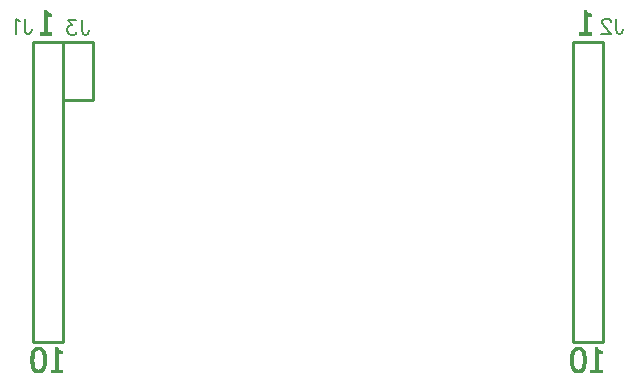
<source format=gbr>
G04 DipTrace 3.3.0.1*
G04 BottomSilk.gbr*
%MOMM*%
G04 #@! TF.FileFunction,Legend,Bot*
G04 #@! TF.Part,Single*
%ADD10C,0.25*%
%ADD12C,0.0762*%
%ADD53C,0.19608*%
%FSLAX35Y35*%
G04*
G71*
G90*
G75*
G01*
G04 BotSilk*
%LPD*%
X1697112Y4050212D2*
D10*
X1442907D1*
Y1510111D1*
X1697112D1*
Y4050212D1*
X6267112D2*
X6012907D1*
Y1510111D1*
X6267112D1*
Y4050212D1*
X1950890Y4049907D2*
X1697150D1*
Y3557833D1*
X1950890D1*
Y4049907D1*
X1536907Y4319208D2*
D12*
X1555957D1*
X1536907Y4315398D2*
X1556117D1*
X1536907Y4311588D2*
X1556754D1*
X1536907Y4307778D2*
X1557944D1*
X1536907Y4303968D2*
X1561086D1*
X1536907Y4300158D2*
X1565839D1*
X1536907Y4296348D2*
X1573017D1*
X1536907Y4292538D2*
X1581694D1*
X1536907Y4288728D2*
X1589154D1*
X1536907Y4284918D2*
X1594670D1*
X1536907Y4281108D2*
X1596364D1*
X1536907Y4277298D2*
X1597248D1*
X1536907Y4273488D2*
X1597644D1*
X1536907Y4269678D2*
X1559767D1*
X1536907Y4265868D2*
X1559767D1*
X1536907Y4262058D2*
X1559767D1*
X1536907Y4258248D2*
X1559767D1*
X1536907Y4254438D2*
X1559767D1*
X1536907Y4250628D2*
X1559767D1*
X1536907Y4246818D2*
X1559767D1*
X1536907Y4243008D2*
X1559767D1*
X1536907Y4239198D2*
X1559767D1*
X1536907Y4235388D2*
X1559767D1*
X1536907Y4231578D2*
X1559767D1*
X1536907Y4227768D2*
X1559767D1*
X1536907Y4223958D2*
X1559767D1*
X1536907Y4220148D2*
X1559767D1*
X1536907Y4216338D2*
X1559767D1*
X1536907Y4212528D2*
X1559767D1*
X1536907Y4208718D2*
X1559767D1*
X1536907Y4204908D2*
X1559767D1*
X1536907Y4201098D2*
X1559767D1*
X1536907Y4197288D2*
X1559767D1*
X1536907Y4193478D2*
X1559767D1*
X1536907Y4189668D2*
X1559767D1*
X1536907Y4185858D2*
X1559767D1*
X1536907Y4182048D2*
X1559767D1*
X1536907Y4178238D2*
X1559767D1*
X1536907Y4174428D2*
X1559767D1*
X1536907Y4170618D2*
X1559767D1*
X1536907Y4166808D2*
X1559767D1*
X1536907Y4162998D2*
X1559767D1*
X1536907Y4159188D2*
X1559767D1*
X1536907Y4155378D2*
X1559767D1*
X1536907Y4151568D2*
X1559767D1*
X1536907Y4147758D2*
X1559767D1*
X1536907Y4143948D2*
X1559767D1*
X1536907Y4140138D2*
X1559767D1*
X1536907Y4136328D2*
X1559767D1*
X1536907Y4132518D2*
X1559767D1*
X1498807Y4128708D2*
X1597867D1*
X1498807Y4124898D2*
X1597867D1*
X1498807Y4121088D2*
X1597867D1*
X1498807Y4117278D2*
X1597867D1*
X1498807Y4113468D2*
X1597867D1*
X1498807Y4109658D2*
X1597867D1*
X1470300Y1466048D2*
X1500780D1*
X1461670Y1462238D2*
X1509410D1*
X1630320D2*
X1649370D1*
X1454538Y1458428D2*
X1516542D1*
X1630320D2*
X1649530D1*
X1448913Y1454618D2*
X1522182D1*
X1630320D2*
X1650167D1*
X1444372Y1450808D2*
X1526842D1*
X1630320D2*
X1651357D1*
X1440696Y1446998D2*
X1530885D1*
X1630320D2*
X1654499D1*
X1437788Y1443188D2*
X1474415D1*
X1500016D2*
X1534339D1*
X1630320D2*
X1659252D1*
X1435402Y1439378D2*
X1467935D1*
X1505921D2*
X1537141D1*
X1630320D2*
X1666430D1*
X1433298Y1435568D2*
X1462910D1*
X1510506D2*
X1539373D1*
X1630320D2*
X1675107D1*
X1431432Y1431758D2*
X1459292D1*
X1513874D2*
X1541112D1*
X1630320D2*
X1682568D1*
X1429859Y1427948D2*
X1456586D1*
X1516355D2*
X1542533D1*
X1630320D2*
X1688084D1*
X1428506Y1424138D2*
X1454457D1*
X1518194D2*
X1543906D1*
X1630320D2*
X1689778D1*
X1427159Y1420328D2*
X1452779D1*
X1519653D2*
X1545100D1*
X1630320D2*
X1690661D1*
X1425990Y1416518D2*
X1451388D1*
X1521039D2*
X1545980D1*
X1630320D2*
X1691058D1*
X1425233Y1412708D2*
X1450026D1*
X1522223D2*
X1546849D1*
X1630320D2*
X1653180D1*
X1424716Y1408898D2*
X1448852D1*
X1522970D2*
X1547934D1*
X1630320D2*
X1653180D1*
X1424058Y1405088D2*
X1448108D1*
X1523369D2*
X1548982D1*
X1630320D2*
X1653180D1*
X1423075Y1401278D2*
X1447725D1*
X1523676D2*
X1549673D1*
X1630320D2*
X1653180D1*
X1422071Y1397468D2*
X1447552D1*
X1524232D2*
X1550036D1*
X1630320D2*
X1653180D1*
X1421397Y1393658D2*
X1447482D1*
X1525172D2*
X1550201D1*
X1630320D2*
X1653180D1*
X1421040Y1389848D2*
X1447455D1*
X1526159D2*
X1550284D1*
X1630320D2*
X1653180D1*
X1420877Y1386038D2*
X1447445D1*
X1526827D2*
X1550444D1*
X1630320D2*
X1653180D1*
X1420810Y1382228D2*
X1447427D1*
X1527181D2*
X1550939D1*
X1630320D2*
X1653180D1*
X1420784Y1378418D2*
X1447292D1*
X1527343D2*
X1551855D1*
X1630320D2*
X1653180D1*
X1420775Y1374608D2*
X1446806D1*
X1527410D2*
X1552833D1*
X1630320D2*
X1653180D1*
X1420772Y1370798D2*
X1445893D1*
X1527436D2*
X1553498D1*
X1630320D2*
X1653180D1*
X1420771Y1366988D2*
X1444916D1*
X1527445D2*
X1553851D1*
X1630320D2*
X1653180D1*
X1420770Y1363178D2*
X1444252D1*
X1527448D2*
X1554013D1*
X1630320D2*
X1653180D1*
X1420770Y1359368D2*
X1443913D1*
X1527449D2*
X1554080D1*
X1630320D2*
X1653180D1*
X1420770Y1355558D2*
X1443886D1*
X1527450D2*
X1554106D1*
X1630320D2*
X1653180D1*
X1420770Y1351748D2*
X1444304D1*
X1527450D2*
X1554100D1*
X1630320D2*
X1653180D1*
X1420770Y1347938D2*
X1445191D1*
X1527450D2*
X1553970D1*
X1630320D2*
X1653180D1*
X1420770Y1344128D2*
X1446159D1*
X1527450D2*
X1553485D1*
X1630320D2*
X1653180D1*
X1420770Y1340318D2*
X1446820D1*
X1527450D2*
X1552573D1*
X1630320D2*
X1653180D1*
X1420770Y1336508D2*
X1447172D1*
X1527450D2*
X1551596D1*
X1630320D2*
X1653180D1*
X1420770Y1332698D2*
X1447333D1*
X1527435D2*
X1550932D1*
X1630320D2*
X1653180D1*
X1420785Y1328888D2*
X1447400D1*
X1527301D2*
X1550578D1*
X1630320D2*
X1653180D1*
X1420919Y1325078D2*
X1447426D1*
X1526816D2*
X1550417D1*
X1630320D2*
X1653180D1*
X1421404Y1321268D2*
X1447435D1*
X1525903D2*
X1550335D1*
X1630320D2*
X1653180D1*
X1422317Y1317458D2*
X1447453D1*
X1524926D2*
X1550175D1*
X1630320D2*
X1653180D1*
X1423294Y1313648D2*
X1447588D1*
X1524247D2*
X1549681D1*
X1630320D2*
X1653180D1*
X1423973Y1309838D2*
X1448074D1*
X1523760D2*
X1548765D1*
X1630320D2*
X1653180D1*
X1424460Y1306028D2*
X1449002D1*
X1523112D2*
X1547772D1*
X1630320D2*
X1653180D1*
X1425108Y1302218D2*
X1450113D1*
X1522118D2*
X1546973D1*
X1630320D2*
X1653180D1*
X1426102Y1298408D2*
X1451277D1*
X1520982D2*
X1546134D1*
X1630320D2*
X1653180D1*
X1427238Y1294598D2*
X1452677D1*
X1519807D2*
X1545045D1*
X1630320D2*
X1653180D1*
X1428413Y1290788D2*
X1454331D1*
X1518390D2*
X1543867D1*
X1630320D2*
X1653180D1*
X1429816Y1286978D2*
X1456273D1*
X1516601D2*
X1542677D1*
X1630320D2*
X1653180D1*
X1431456Y1283168D2*
X1458986D1*
X1514084D2*
X1541253D1*
X1630320D2*
X1653180D1*
X1433249Y1279358D2*
X1462626D1*
X1510733D2*
X1539477D1*
X1630320D2*
X1653180D1*
X1435239Y1275548D2*
X1472493D1*
X1501517D2*
X1537197D1*
X1630320D2*
X1653180D1*
X1437621Y1271738D2*
X1487038D1*
X1487463D2*
X1534294D1*
X1592220D2*
X1691280D1*
X1440583Y1267928D2*
X1530920D1*
X1592220D2*
X1691280D1*
X1444124Y1264118D2*
X1527145D1*
X1592220D2*
X1691280D1*
X1448521Y1260308D2*
X1522636D1*
X1592220D2*
X1691280D1*
X1454375Y1256498D2*
X1516734D1*
X1592220D2*
X1691280D1*
X1461894Y1252688D2*
X1509196D1*
X1592220D2*
X1691280D1*
X1470300Y1248878D2*
X1500780D1*
X6106907Y4319208D2*
X6125957D1*
X6106907Y4315398D2*
X6126117D1*
X6106907Y4311588D2*
X6126754D1*
X6106907Y4307778D2*
X6127944D1*
X6106907Y4303968D2*
X6131086D1*
X6106907Y4300158D2*
X6135839D1*
X6106907Y4296348D2*
X6143017D1*
X6106907Y4292538D2*
X6151694D1*
X6106907Y4288728D2*
X6159154D1*
X6106907Y4284918D2*
X6164670D1*
X6106907Y4281108D2*
X6166364D1*
X6106907Y4277298D2*
X6167248D1*
X6106907Y4273488D2*
X6167644D1*
X6106907Y4269678D2*
X6129767D1*
X6106907Y4265868D2*
X6129767D1*
X6106907Y4262058D2*
X6129767D1*
X6106907Y4258248D2*
X6129767D1*
X6106907Y4254438D2*
X6129767D1*
X6106907Y4250628D2*
X6129767D1*
X6106907Y4246818D2*
X6129767D1*
X6106907Y4243008D2*
X6129767D1*
X6106907Y4239198D2*
X6129767D1*
X6106907Y4235388D2*
X6129767D1*
X6106907Y4231578D2*
X6129767D1*
X6106907Y4227768D2*
X6129767D1*
X6106907Y4223958D2*
X6129767D1*
X6106907Y4220148D2*
X6129767D1*
X6106907Y4216338D2*
X6129767D1*
X6106907Y4212528D2*
X6129767D1*
X6106907Y4208718D2*
X6129767D1*
X6106907Y4204908D2*
X6129767D1*
X6106907Y4201098D2*
X6129767D1*
X6106907Y4197288D2*
X6129767D1*
X6106907Y4193478D2*
X6129767D1*
X6106907Y4189668D2*
X6129767D1*
X6106907Y4185858D2*
X6129767D1*
X6106907Y4182048D2*
X6129767D1*
X6106907Y4178238D2*
X6129767D1*
X6106907Y4174428D2*
X6129767D1*
X6106907Y4170618D2*
X6129767D1*
X6106907Y4166808D2*
X6129767D1*
X6106907Y4162998D2*
X6129767D1*
X6106907Y4159188D2*
X6129767D1*
X6106907Y4155378D2*
X6129767D1*
X6106907Y4151568D2*
X6129767D1*
X6106907Y4147758D2*
X6129767D1*
X6106907Y4143948D2*
X6129767D1*
X6106907Y4140138D2*
X6129767D1*
X6106907Y4136328D2*
X6129767D1*
X6106907Y4132518D2*
X6129767D1*
X6068807Y4128708D2*
X6167867D1*
X6068807Y4124898D2*
X6167867D1*
X6068807Y4121088D2*
X6167867D1*
X6068807Y4117278D2*
X6167867D1*
X6068807Y4113468D2*
X6167867D1*
X6068807Y4109658D2*
X6167867D1*
X6040300Y1466048D2*
X6070780D1*
X6031670Y1462238D2*
X6079410D1*
X6200320D2*
X6219370D1*
X6024538Y1458428D2*
X6086542D1*
X6200320D2*
X6219530D1*
X6018913Y1454618D2*
X6092182D1*
X6200320D2*
X6220167D1*
X6014372Y1450808D2*
X6096842D1*
X6200320D2*
X6221357D1*
X6010696Y1446998D2*
X6100885D1*
X6200320D2*
X6224499D1*
X6007788Y1443188D2*
X6044415D1*
X6070016D2*
X6104339D1*
X6200320D2*
X6229252D1*
X6005402Y1439378D2*
X6037935D1*
X6075921D2*
X6107141D1*
X6200320D2*
X6236430D1*
X6003298Y1435568D2*
X6032910D1*
X6080506D2*
X6109373D1*
X6200320D2*
X6245107D1*
X6001432Y1431758D2*
X6029292D1*
X6083874D2*
X6111112D1*
X6200320D2*
X6252568D1*
X5999859Y1427948D2*
X6026586D1*
X6086355D2*
X6112533D1*
X6200320D2*
X6258084D1*
X5998506Y1424138D2*
X6024457D1*
X6088194D2*
X6113906D1*
X6200320D2*
X6259778D1*
X5997159Y1420328D2*
X6022779D1*
X6089653D2*
X6115100D1*
X6200320D2*
X6260661D1*
X5995990Y1416518D2*
X6021388D1*
X6091039D2*
X6115980D1*
X6200320D2*
X6261058D1*
X5995233Y1412708D2*
X6020026D1*
X6092223D2*
X6116849D1*
X6200320D2*
X6223180D1*
X5994716Y1408898D2*
X6018852D1*
X6092970D2*
X6117934D1*
X6200320D2*
X6223180D1*
X5994058Y1405088D2*
X6018108D1*
X6093369D2*
X6118982D1*
X6200320D2*
X6223180D1*
X5993075Y1401278D2*
X6017725D1*
X6093676D2*
X6119673D1*
X6200320D2*
X6223180D1*
X5992071Y1397468D2*
X6017552D1*
X6094232D2*
X6120036D1*
X6200320D2*
X6223180D1*
X5991397Y1393658D2*
X6017482D1*
X6095172D2*
X6120201D1*
X6200320D2*
X6223180D1*
X5991040Y1389848D2*
X6017455D1*
X6096159D2*
X6120284D1*
X6200320D2*
X6223180D1*
X5990877Y1386038D2*
X6017445D1*
X6096827D2*
X6120444D1*
X6200320D2*
X6223180D1*
X5990810Y1382228D2*
X6017427D1*
X6097181D2*
X6120939D1*
X6200320D2*
X6223180D1*
X5990784Y1378418D2*
X6017292D1*
X6097343D2*
X6121855D1*
X6200320D2*
X6223180D1*
X5990775Y1374608D2*
X6016806D1*
X6097410D2*
X6122833D1*
X6200320D2*
X6223180D1*
X5990772Y1370798D2*
X6015893D1*
X6097436D2*
X6123498D1*
X6200320D2*
X6223180D1*
X5990771Y1366988D2*
X6014916D1*
X6097445D2*
X6123851D1*
X6200320D2*
X6223180D1*
X5990770Y1363178D2*
X6014252D1*
X6097448D2*
X6124013D1*
X6200320D2*
X6223180D1*
X5990770Y1359368D2*
X6013913D1*
X6097449D2*
X6124080D1*
X6200320D2*
X6223180D1*
X5990770Y1355558D2*
X6013886D1*
X6097450D2*
X6124106D1*
X6200320D2*
X6223180D1*
X5990770Y1351748D2*
X6014304D1*
X6097450D2*
X6124100D1*
X6200320D2*
X6223180D1*
X5990770Y1347938D2*
X6015191D1*
X6097450D2*
X6123970D1*
X6200320D2*
X6223180D1*
X5990770Y1344128D2*
X6016159D1*
X6097450D2*
X6123485D1*
X6200320D2*
X6223180D1*
X5990770Y1340318D2*
X6016820D1*
X6097450D2*
X6122573D1*
X6200320D2*
X6223180D1*
X5990770Y1336508D2*
X6017172D1*
X6097450D2*
X6121596D1*
X6200320D2*
X6223180D1*
X5990770Y1332698D2*
X6017333D1*
X6097435D2*
X6120932D1*
X6200320D2*
X6223180D1*
X5990785Y1328888D2*
X6017400D1*
X6097301D2*
X6120578D1*
X6200320D2*
X6223180D1*
X5990919Y1325078D2*
X6017426D1*
X6096816D2*
X6120417D1*
X6200320D2*
X6223180D1*
X5991404Y1321268D2*
X6017435D1*
X6095903D2*
X6120335D1*
X6200320D2*
X6223180D1*
X5992317Y1317458D2*
X6017453D1*
X6094926D2*
X6120175D1*
X6200320D2*
X6223180D1*
X5993294Y1313648D2*
X6017588D1*
X6094247D2*
X6119681D1*
X6200320D2*
X6223180D1*
X5993973Y1309838D2*
X6018074D1*
X6093760D2*
X6118765D1*
X6200320D2*
X6223180D1*
X5994460Y1306028D2*
X6019002D1*
X6093112D2*
X6117772D1*
X6200320D2*
X6223180D1*
X5995108Y1302218D2*
X6020113D1*
X6092118D2*
X6116973D1*
X6200320D2*
X6223180D1*
X5996102Y1298408D2*
X6021277D1*
X6090982D2*
X6116134D1*
X6200320D2*
X6223180D1*
X5997238Y1294598D2*
X6022677D1*
X6089807D2*
X6115045D1*
X6200320D2*
X6223180D1*
X5998413Y1290788D2*
X6024331D1*
X6088390D2*
X6113867D1*
X6200320D2*
X6223180D1*
X5999816Y1286978D2*
X6026273D1*
X6086601D2*
X6112677D1*
X6200320D2*
X6223180D1*
X6001456Y1283168D2*
X6028986D1*
X6084084D2*
X6111253D1*
X6200320D2*
X6223180D1*
X6003249Y1279358D2*
X6032626D1*
X6080733D2*
X6109477D1*
X6200320D2*
X6223180D1*
X6005239Y1275548D2*
X6042493D1*
X6071517D2*
X6107197D1*
X6200320D2*
X6223180D1*
X6007621Y1271738D2*
X6057038D1*
X6057463D2*
X6104294D1*
X6162220D2*
X6261280D1*
X6010583Y1267928D2*
X6100920D1*
X6162220D2*
X6261280D1*
X6014124Y1264118D2*
X6097145D1*
X6162220D2*
X6261280D1*
X6018521Y1260308D2*
X6092636D1*
X6162220D2*
X6261280D1*
X6024375Y1256498D2*
X6086734D1*
X6162220D2*
X6261280D1*
X6031894Y1252688D2*
X6079196D1*
X6162220D2*
X6261280D1*
X6040300Y1248878D2*
X6070780D1*
X1536907Y4319208D2*
Y4315398D1*
Y4311588D1*
Y4307778D1*
Y4303968D1*
Y4300158D1*
Y4296348D1*
Y4292538D1*
Y4288728D1*
Y4284918D1*
Y4281108D1*
Y4277298D1*
Y4273488D1*
Y4269678D1*
Y4265868D1*
Y4262058D1*
Y4258248D1*
Y4254438D1*
Y4250628D1*
Y4246818D1*
Y4243008D1*
Y4239198D1*
Y4235388D1*
Y4231578D1*
Y4227768D1*
Y4223958D1*
Y4220148D1*
Y4216338D1*
Y4212528D1*
Y4208718D1*
Y4204908D1*
Y4201098D1*
Y4197288D1*
Y4193478D1*
Y4189668D1*
Y4185858D1*
Y4182048D1*
Y4178238D1*
Y4174428D1*
Y4170618D1*
Y4166808D1*
Y4162998D1*
Y4159188D1*
Y4155378D1*
Y4151568D1*
Y4147758D1*
Y4143948D1*
Y4140138D1*
Y4136328D1*
Y4132518D1*
Y4128708D1*
X1498807D1*
Y4124898D1*
Y4121088D1*
Y4117278D1*
Y4113468D1*
Y4109658D1*
X1555957Y4319208D2*
X1556117Y4315398D1*
X1556754Y4311588D1*
X1557944Y4307778D1*
X1561086Y4303968D1*
X1565839Y4300158D1*
X1573017Y4296348D1*
X1581694Y4292538D1*
X1589154Y4288728D1*
X1594670Y4284918D1*
X1596364Y4281108D1*
X1597248Y4277298D1*
X1597644Y4273488D1*
X1597867Y4269678D1*
X1559767D1*
Y4265868D1*
Y4262058D1*
Y4258248D1*
Y4254438D1*
Y4250628D1*
Y4246818D1*
Y4243008D1*
Y4239198D1*
Y4235388D1*
Y4231578D1*
Y4227768D1*
Y4223958D1*
Y4220148D1*
Y4216338D1*
Y4212528D1*
Y4208718D1*
Y4204908D1*
Y4201098D1*
Y4197288D1*
Y4193478D1*
Y4189668D1*
Y4185858D1*
Y4182048D1*
Y4178238D1*
Y4174428D1*
Y4170618D1*
Y4166808D1*
Y4162998D1*
Y4159188D1*
Y4155378D1*
Y4151568D1*
Y4147758D1*
Y4143948D1*
Y4140138D1*
Y4136328D1*
Y4132518D1*
Y4128708D1*
X1597867D1*
Y4124898D1*
Y4121088D1*
Y4117278D1*
Y4113468D1*
Y4109658D1*
X1470300Y1466048D2*
X1461670Y1462238D1*
X1454538Y1458428D1*
X1448913Y1454618D1*
X1444372Y1450808D1*
X1440696Y1446998D1*
X1437788Y1443188D1*
X1435402Y1439378D1*
X1433298Y1435568D1*
X1431432Y1431758D1*
X1429859Y1427948D1*
X1428506Y1424138D1*
X1427159Y1420328D1*
X1425990Y1416518D1*
X1425233Y1412708D1*
X1424716Y1408898D1*
X1424058Y1405088D1*
X1423075Y1401278D1*
X1422071Y1397468D1*
X1421397Y1393658D1*
X1421040Y1389848D1*
X1420877Y1386038D1*
X1420810Y1382228D1*
X1420784Y1378418D1*
X1420775Y1374608D1*
X1420772Y1370798D1*
X1420771Y1366988D1*
X1420770Y1363178D1*
Y1359368D1*
Y1355558D1*
Y1351748D1*
Y1347938D1*
Y1344128D1*
Y1340318D1*
Y1336508D1*
Y1332698D1*
X1420785Y1328888D1*
X1420919Y1325078D1*
X1421404Y1321268D1*
X1422317Y1317458D1*
X1423294Y1313648D1*
X1423973Y1309838D1*
X1424460Y1306028D1*
X1425108Y1302218D1*
X1426102Y1298408D1*
X1427238Y1294598D1*
X1428413Y1290788D1*
X1429816Y1286978D1*
X1431456Y1283168D1*
X1433249Y1279358D1*
X1435239Y1275548D1*
X1437621Y1271738D1*
X1440583Y1267928D1*
X1444124Y1264118D1*
X1448521Y1260308D1*
X1454375Y1256498D1*
X1461894Y1252688D1*
X1470300Y1248878D1*
X1500780Y1466048D2*
X1509410Y1462238D1*
X1516542Y1458428D1*
X1522182Y1454618D1*
X1526842Y1450808D1*
X1530885Y1446998D1*
X1534339Y1443188D1*
X1537141Y1439378D1*
X1539373Y1435568D1*
X1541112Y1431758D1*
X1542533Y1427948D1*
X1543906Y1424138D1*
X1545100Y1420328D1*
X1545980Y1416518D1*
X1546849Y1412708D1*
X1547934Y1408898D1*
X1548982Y1405088D1*
X1549673Y1401278D1*
X1550036Y1397468D1*
X1550201Y1393658D1*
X1550284Y1389848D1*
X1550444Y1386038D1*
X1550939Y1382228D1*
X1551855Y1378418D1*
X1552833Y1374608D1*
X1553498Y1370798D1*
X1553851Y1366988D1*
X1554013Y1363178D1*
X1554080Y1359368D1*
X1554106Y1355558D1*
X1554100Y1351748D1*
X1553970Y1347938D1*
X1553485Y1344128D1*
X1552573Y1340318D1*
X1551596Y1336508D1*
X1550932Y1332698D1*
X1550578Y1328888D1*
X1550417Y1325078D1*
X1550335Y1321268D1*
X1550175Y1317458D1*
X1549681Y1313648D1*
X1548765Y1309838D1*
X1547772Y1306028D1*
X1546973Y1302218D1*
X1546134Y1298408D1*
X1545045Y1294598D1*
X1543867Y1290788D1*
X1542677Y1286978D1*
X1541253Y1283168D1*
X1539477Y1279358D1*
X1537197Y1275548D1*
X1534294Y1271738D1*
X1530920Y1267928D1*
X1527145Y1264118D1*
X1522636Y1260308D1*
X1516734Y1256498D1*
X1509196Y1252688D1*
X1500780Y1248878D1*
X1630320Y1462238D2*
Y1458428D1*
Y1454618D1*
Y1450808D1*
Y1446998D1*
Y1443188D1*
Y1439378D1*
Y1435568D1*
Y1431758D1*
Y1427948D1*
Y1424138D1*
Y1420328D1*
Y1416518D1*
Y1412708D1*
Y1408898D1*
Y1405088D1*
Y1401278D1*
Y1397468D1*
Y1393658D1*
Y1389848D1*
Y1386038D1*
Y1382228D1*
Y1378418D1*
Y1374608D1*
Y1370798D1*
Y1366988D1*
Y1363178D1*
Y1359368D1*
Y1355558D1*
Y1351748D1*
Y1347938D1*
Y1344128D1*
Y1340318D1*
Y1336508D1*
Y1332698D1*
Y1328888D1*
Y1325078D1*
Y1321268D1*
Y1317458D1*
Y1313648D1*
Y1309838D1*
Y1306028D1*
Y1302218D1*
Y1298408D1*
Y1294598D1*
Y1290788D1*
Y1286978D1*
Y1283168D1*
Y1279358D1*
Y1275548D1*
Y1271738D1*
X1592220D1*
Y1267928D1*
Y1264118D1*
Y1260308D1*
Y1256498D1*
Y1252688D1*
X1649370Y1462238D2*
X1649530Y1458428D1*
X1650167Y1454618D1*
X1651357Y1450808D1*
X1654499Y1446998D1*
X1659252Y1443188D1*
X1666430Y1439378D1*
X1675107Y1435568D1*
X1682568Y1431758D1*
X1688084Y1427948D1*
X1689778Y1424138D1*
X1690661Y1420328D1*
X1691058Y1416518D1*
X1691280Y1412708D1*
X1653180D1*
Y1408898D1*
Y1405088D1*
Y1401278D1*
Y1397468D1*
Y1393658D1*
Y1389848D1*
Y1386038D1*
Y1382228D1*
Y1378418D1*
Y1374608D1*
Y1370798D1*
Y1366988D1*
Y1363178D1*
Y1359368D1*
Y1355558D1*
Y1351748D1*
Y1347938D1*
Y1344128D1*
Y1340318D1*
Y1336508D1*
Y1332698D1*
Y1328888D1*
Y1325078D1*
Y1321268D1*
Y1317458D1*
Y1313648D1*
Y1309838D1*
Y1306028D1*
Y1302218D1*
Y1298408D1*
Y1294598D1*
Y1290788D1*
Y1286978D1*
Y1283168D1*
Y1279358D1*
Y1275548D1*
Y1271738D1*
X1691280D1*
Y1267928D1*
Y1264118D1*
Y1260308D1*
Y1256498D1*
Y1252688D1*
X1481730Y1446998D2*
X1474415Y1443188D1*
X1467935Y1439378D1*
X1462910Y1435568D1*
X1459292Y1431758D1*
X1456586Y1427948D1*
X1454457Y1424138D1*
X1452779Y1420328D1*
X1451388Y1416518D1*
X1450026Y1412708D1*
X1448852Y1408898D1*
X1448108Y1405088D1*
X1447725Y1401278D1*
X1447552Y1397468D1*
X1447482Y1393658D1*
X1447455Y1389848D1*
X1447445Y1386038D1*
X1447427Y1382228D1*
X1447292Y1378418D1*
X1446806Y1374608D1*
X1445893Y1370798D1*
X1444916Y1366988D1*
X1444252Y1363178D1*
X1443913Y1359368D1*
X1443886Y1355558D1*
X1444304Y1351748D1*
X1445191Y1347938D1*
X1446159Y1344128D1*
X1446820Y1340318D1*
X1447172Y1336508D1*
X1447333Y1332698D1*
X1447400Y1328888D1*
X1447426Y1325078D1*
X1447435Y1321268D1*
X1447453Y1317458D1*
X1447588Y1313648D1*
X1448074Y1309838D1*
X1449002Y1306028D1*
X1450113Y1302218D1*
X1451277Y1298408D1*
X1452677Y1294598D1*
X1454331Y1290788D1*
X1456273Y1286978D1*
X1458986Y1283168D1*
X1462626Y1279358D1*
X1472493Y1275548D1*
X1487038Y1271738D1*
X1504590Y1267928D1*
X1493160Y1446998D2*
X1500016Y1443188D1*
X1505921Y1439378D1*
X1510506Y1435568D1*
X1513874Y1431758D1*
X1516355Y1427948D1*
X1518194Y1424138D1*
X1519653Y1420328D1*
X1521039Y1416518D1*
X1522223Y1412708D1*
X1522970Y1408898D1*
X1523369Y1405088D1*
X1523676Y1401278D1*
X1524232Y1397468D1*
X1525172Y1393658D1*
X1526159Y1389848D1*
X1526827Y1386038D1*
X1527181Y1382228D1*
X1527343Y1378418D1*
X1527410Y1374608D1*
X1527436Y1370798D1*
X1527445Y1366988D1*
X1527448Y1363178D1*
X1527449Y1359368D1*
X1527450Y1355558D1*
Y1351748D1*
Y1347938D1*
Y1344128D1*
Y1340318D1*
Y1336508D1*
X1527435Y1332698D1*
X1527301Y1328888D1*
X1526816Y1325078D1*
X1525903Y1321268D1*
X1524926Y1317458D1*
X1524247Y1313648D1*
X1523760Y1309838D1*
X1523112Y1306028D1*
X1522118Y1302218D1*
X1520982Y1298408D1*
X1519807Y1294598D1*
X1518390Y1290788D1*
X1516601Y1286978D1*
X1514084Y1283168D1*
X1510733Y1279358D1*
X1501517Y1275548D1*
X1487463Y1271738D1*
X1470300Y1267928D1*
X6106907Y4319208D2*
Y4315398D1*
Y4311588D1*
Y4307778D1*
Y4303968D1*
Y4300158D1*
Y4296348D1*
Y4292538D1*
Y4288728D1*
Y4284918D1*
Y4281108D1*
Y4277298D1*
Y4273488D1*
Y4269678D1*
Y4265868D1*
Y4262058D1*
Y4258248D1*
Y4254438D1*
Y4250628D1*
Y4246818D1*
Y4243008D1*
Y4239198D1*
Y4235388D1*
Y4231578D1*
Y4227768D1*
Y4223958D1*
Y4220148D1*
Y4216338D1*
Y4212528D1*
Y4208718D1*
Y4204908D1*
Y4201098D1*
Y4197288D1*
Y4193478D1*
Y4189668D1*
Y4185858D1*
Y4182048D1*
Y4178238D1*
Y4174428D1*
Y4170618D1*
Y4166808D1*
Y4162998D1*
Y4159188D1*
Y4155378D1*
Y4151568D1*
Y4147758D1*
Y4143948D1*
Y4140138D1*
Y4136328D1*
Y4132518D1*
Y4128708D1*
X6068807D1*
Y4124898D1*
Y4121088D1*
Y4117278D1*
Y4113468D1*
Y4109658D1*
X6125957Y4319208D2*
X6126117Y4315398D1*
X6126754Y4311588D1*
X6127944Y4307778D1*
X6131086Y4303968D1*
X6135839Y4300158D1*
X6143017Y4296348D1*
X6151694Y4292538D1*
X6159154Y4288728D1*
X6164670Y4284918D1*
X6166364Y4281108D1*
X6167248Y4277298D1*
X6167644Y4273488D1*
X6167867Y4269678D1*
X6129767D1*
Y4265868D1*
Y4262058D1*
Y4258248D1*
Y4254438D1*
Y4250628D1*
Y4246818D1*
Y4243008D1*
Y4239198D1*
Y4235388D1*
Y4231578D1*
Y4227768D1*
Y4223958D1*
Y4220148D1*
Y4216338D1*
Y4212528D1*
Y4208718D1*
Y4204908D1*
Y4201098D1*
Y4197288D1*
Y4193478D1*
Y4189668D1*
Y4185858D1*
Y4182048D1*
Y4178238D1*
Y4174428D1*
Y4170618D1*
Y4166808D1*
Y4162998D1*
Y4159188D1*
Y4155378D1*
Y4151568D1*
Y4147758D1*
Y4143948D1*
Y4140138D1*
Y4136328D1*
Y4132518D1*
Y4128708D1*
X6167867D1*
Y4124898D1*
Y4121088D1*
Y4117278D1*
Y4113468D1*
Y4109658D1*
X6040300Y1466048D2*
X6031670Y1462238D1*
X6024538Y1458428D1*
X6018913Y1454618D1*
X6014372Y1450808D1*
X6010696Y1446998D1*
X6007788Y1443188D1*
X6005402Y1439378D1*
X6003298Y1435568D1*
X6001432Y1431758D1*
X5999859Y1427948D1*
X5998506Y1424138D1*
X5997159Y1420328D1*
X5995990Y1416518D1*
X5995233Y1412708D1*
X5994716Y1408898D1*
X5994058Y1405088D1*
X5993075Y1401278D1*
X5992071Y1397468D1*
X5991397Y1393658D1*
X5991040Y1389848D1*
X5990877Y1386038D1*
X5990810Y1382228D1*
X5990784Y1378418D1*
X5990775Y1374608D1*
X5990772Y1370798D1*
X5990771Y1366988D1*
X5990770Y1363178D1*
Y1359368D1*
Y1355558D1*
Y1351748D1*
Y1347938D1*
Y1344128D1*
Y1340318D1*
Y1336508D1*
Y1332698D1*
X5990785Y1328888D1*
X5990919Y1325078D1*
X5991404Y1321268D1*
X5992317Y1317458D1*
X5993294Y1313648D1*
X5993973Y1309838D1*
X5994460Y1306028D1*
X5995108Y1302218D1*
X5996102Y1298408D1*
X5997238Y1294598D1*
X5998413Y1290788D1*
X5999816Y1286978D1*
X6001456Y1283168D1*
X6003249Y1279358D1*
X6005239Y1275548D1*
X6007621Y1271738D1*
X6010583Y1267928D1*
X6014124Y1264118D1*
X6018521Y1260308D1*
X6024375Y1256498D1*
X6031894Y1252688D1*
X6040300Y1248878D1*
X6070780Y1466048D2*
X6079410Y1462238D1*
X6086542Y1458428D1*
X6092182Y1454618D1*
X6096842Y1450808D1*
X6100885Y1446998D1*
X6104339Y1443188D1*
X6107141Y1439378D1*
X6109373Y1435568D1*
X6111112Y1431758D1*
X6112533Y1427948D1*
X6113906Y1424138D1*
X6115100Y1420328D1*
X6115980Y1416518D1*
X6116849Y1412708D1*
X6117934Y1408898D1*
X6118982Y1405088D1*
X6119673Y1401278D1*
X6120036Y1397468D1*
X6120201Y1393658D1*
X6120284Y1389848D1*
X6120444Y1386038D1*
X6120939Y1382228D1*
X6121855Y1378418D1*
X6122833Y1374608D1*
X6123498Y1370798D1*
X6123851Y1366988D1*
X6124013Y1363178D1*
X6124080Y1359368D1*
X6124106Y1355558D1*
X6124100Y1351748D1*
X6123970Y1347938D1*
X6123485Y1344128D1*
X6122573Y1340318D1*
X6121596Y1336508D1*
X6120932Y1332698D1*
X6120578Y1328888D1*
X6120417Y1325078D1*
X6120335Y1321268D1*
X6120175Y1317458D1*
X6119681Y1313648D1*
X6118765Y1309838D1*
X6117772Y1306028D1*
X6116973Y1302218D1*
X6116134Y1298408D1*
X6115045Y1294598D1*
X6113867Y1290788D1*
X6112677Y1286978D1*
X6111253Y1283168D1*
X6109477Y1279358D1*
X6107197Y1275548D1*
X6104294Y1271738D1*
X6100920Y1267928D1*
X6097145Y1264118D1*
X6092636Y1260308D1*
X6086734Y1256498D1*
X6079196Y1252688D1*
X6070780Y1248878D1*
X6200320Y1462238D2*
Y1458428D1*
Y1454618D1*
Y1450808D1*
Y1446998D1*
Y1443188D1*
Y1439378D1*
Y1435568D1*
Y1431758D1*
Y1427948D1*
Y1424138D1*
Y1420328D1*
Y1416518D1*
Y1412708D1*
Y1408898D1*
Y1405088D1*
Y1401278D1*
Y1397468D1*
Y1393658D1*
Y1389848D1*
Y1386038D1*
Y1382228D1*
Y1378418D1*
Y1374608D1*
Y1370798D1*
Y1366988D1*
Y1363178D1*
Y1359368D1*
Y1355558D1*
Y1351748D1*
Y1347938D1*
Y1344128D1*
Y1340318D1*
Y1336508D1*
Y1332698D1*
Y1328888D1*
Y1325078D1*
Y1321268D1*
Y1317458D1*
Y1313648D1*
Y1309838D1*
Y1306028D1*
Y1302218D1*
Y1298408D1*
Y1294598D1*
Y1290788D1*
Y1286978D1*
Y1283168D1*
Y1279358D1*
Y1275548D1*
Y1271738D1*
X6162220D1*
Y1267928D1*
Y1264118D1*
Y1260308D1*
Y1256498D1*
Y1252688D1*
X6219370Y1462238D2*
X6219530Y1458428D1*
X6220167Y1454618D1*
X6221357Y1450808D1*
X6224499Y1446998D1*
X6229252Y1443188D1*
X6236430Y1439378D1*
X6245107Y1435568D1*
X6252568Y1431758D1*
X6258084Y1427948D1*
X6259778Y1424138D1*
X6260661Y1420328D1*
X6261058Y1416518D1*
X6261280Y1412708D1*
X6223180D1*
Y1408898D1*
Y1405088D1*
Y1401278D1*
Y1397468D1*
Y1393658D1*
Y1389848D1*
Y1386038D1*
Y1382228D1*
Y1378418D1*
Y1374608D1*
Y1370798D1*
Y1366988D1*
Y1363178D1*
Y1359368D1*
Y1355558D1*
Y1351748D1*
Y1347938D1*
Y1344128D1*
Y1340318D1*
Y1336508D1*
Y1332698D1*
Y1328888D1*
Y1325078D1*
Y1321268D1*
Y1317458D1*
Y1313648D1*
Y1309838D1*
Y1306028D1*
Y1302218D1*
Y1298408D1*
Y1294598D1*
Y1290788D1*
Y1286978D1*
Y1283168D1*
Y1279358D1*
Y1275548D1*
Y1271738D1*
X6261280D1*
Y1267928D1*
Y1264118D1*
Y1260308D1*
Y1256498D1*
Y1252688D1*
X6051730Y1446998D2*
X6044415Y1443188D1*
X6037935Y1439378D1*
X6032910Y1435568D1*
X6029292Y1431758D1*
X6026586Y1427948D1*
X6024457Y1424138D1*
X6022779Y1420328D1*
X6021388Y1416518D1*
X6020026Y1412708D1*
X6018852Y1408898D1*
X6018108Y1405088D1*
X6017725Y1401278D1*
X6017552Y1397468D1*
X6017482Y1393658D1*
X6017455Y1389848D1*
X6017445Y1386038D1*
X6017427Y1382228D1*
X6017292Y1378418D1*
X6016806Y1374608D1*
X6015893Y1370798D1*
X6014916Y1366988D1*
X6014252Y1363178D1*
X6013913Y1359368D1*
X6013886Y1355558D1*
X6014304Y1351748D1*
X6015191Y1347938D1*
X6016159Y1344128D1*
X6016820Y1340318D1*
X6017172Y1336508D1*
X6017333Y1332698D1*
X6017400Y1328888D1*
X6017426Y1325078D1*
X6017435Y1321268D1*
X6017453Y1317458D1*
X6017588Y1313648D1*
X6018074Y1309838D1*
X6019002Y1306028D1*
X6020113Y1302218D1*
X6021277Y1298408D1*
X6022677Y1294598D1*
X6024331Y1290788D1*
X6026273Y1286978D1*
X6028986Y1283168D1*
X6032626Y1279358D1*
X6042493Y1275548D1*
X6057038Y1271738D1*
X6074590Y1267928D1*
X6063160Y1446998D2*
X6070016Y1443188D1*
X6075921Y1439378D1*
X6080506Y1435568D1*
X6083874Y1431758D1*
X6086355Y1427948D1*
X6088194Y1424138D1*
X6089653Y1420328D1*
X6091039Y1416518D1*
X6092223Y1412708D1*
X6092970Y1408898D1*
X6093369Y1405088D1*
X6093676Y1401278D1*
X6094232Y1397468D1*
X6095172Y1393658D1*
X6096159Y1389848D1*
X6096827Y1386038D1*
X6097181Y1382228D1*
X6097343Y1378418D1*
X6097410Y1374608D1*
X6097436Y1370798D1*
X6097445Y1366988D1*
X6097448Y1363178D1*
X6097449Y1359368D1*
X6097450Y1355558D1*
Y1351748D1*
Y1347938D1*
Y1344128D1*
Y1340318D1*
Y1336508D1*
X6097435Y1332698D1*
X6097301Y1328888D1*
X6096816Y1325078D1*
X6095903Y1321268D1*
X6094926Y1317458D1*
X6094247Y1313648D1*
X6093760Y1309838D1*
X6093112Y1306028D1*
X6092118Y1302218D1*
X6090982Y1298408D1*
X6089807Y1294598D1*
X6088390Y1290788D1*
X6086601Y1286978D1*
X6084084Y1283168D1*
X6080733Y1279358D1*
X6071517Y1275548D1*
X6057463Y1271738D1*
X6040300Y1267928D1*
X1371643Y4245205D2*
D53*
Y4148059D1*
X1377680Y4129809D1*
X1383856Y4123772D1*
X1395930Y4117595D1*
X1408143D1*
X1420216Y4123772D1*
X1426253Y4129809D1*
X1432430Y4148059D1*
Y4160132D1*
X1332427Y4220778D2*
X1320214Y4226955D1*
X1301964Y4245065D1*
Y4117595D1*
X6378948Y4245205D2*
Y4148059D1*
X6384984Y4129809D1*
X6391161Y4123772D1*
X6403234Y4117595D1*
X6415448D1*
X6427521Y4123772D1*
X6433557Y4129809D1*
X6439734Y4148059D1*
Y4160132D1*
X6333555Y4214741D2*
Y4220778D1*
X6327519Y4232991D1*
X6321482Y4239028D1*
X6309269Y4245065D1*
X6284982D1*
X6272909Y4239028D1*
X6266872Y4232991D1*
X6260696Y4220778D1*
Y4208705D1*
X6266872Y4196491D1*
X6278946Y4178382D1*
X6339732Y4117595D1*
X6254659D1*
X1855771Y4235893D2*
Y4138747D1*
X1861808Y4120497D1*
X1867985Y4114461D1*
X1880058Y4108284D1*
X1892271D1*
X1904344Y4114461D1*
X1910381Y4120497D1*
X1916558Y4138747D1*
Y4150820D1*
X1804342Y4235753D2*
X1737659D1*
X1774019Y4187180D1*
X1755769D1*
X1743696Y4181143D1*
X1737659Y4175107D1*
X1731482Y4156857D1*
Y4144784D1*
X1737659Y4126534D1*
X1749732Y4114320D1*
X1767982Y4108284D1*
X1786232D1*
X1804342Y4114320D1*
X1810379Y4120497D1*
X1816555Y4132570D1*
M02*

</source>
